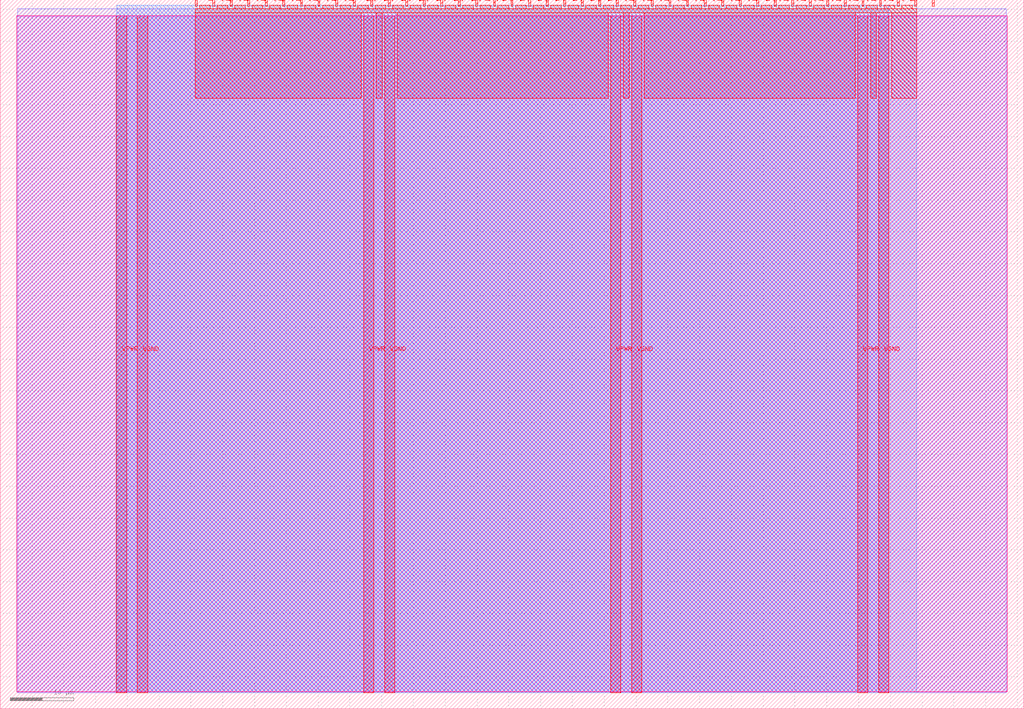
<source format=lef>
VERSION 5.7 ;
  NOWIREEXTENSIONATPIN ON ;
  DIVIDERCHAR "/" ;
  BUSBITCHARS "[]" ;
MACRO tt_um_wokwi_413387152803294209
  CLASS BLOCK ;
  FOREIGN tt_um_wokwi_413387152803294209 ;
  ORIGIN 0.000 0.000 ;
  SIZE 161.000 BY 111.520 ;
  PIN VGND
    DIRECTION INOUT ;
    USE GROUND ;
    PORT
      LAYER met4 ;
        RECT 21.580 2.480 23.180 109.040 ;
    END
    PORT
      LAYER met4 ;
        RECT 60.450 2.480 62.050 109.040 ;
    END
    PORT
      LAYER met4 ;
        RECT 99.320 2.480 100.920 109.040 ;
    END
    PORT
      LAYER met4 ;
        RECT 138.190 2.480 139.790 109.040 ;
    END
  END VGND
  PIN VPWR
    DIRECTION INOUT ;
    USE POWER ;
    PORT
      LAYER met4 ;
        RECT 18.280 2.480 19.880 109.040 ;
    END
    PORT
      LAYER met4 ;
        RECT 57.150 2.480 58.750 109.040 ;
    END
    PORT
      LAYER met4 ;
        RECT 96.020 2.480 97.620 109.040 ;
    END
    PORT
      LAYER met4 ;
        RECT 134.890 2.480 136.490 109.040 ;
    END
  END VPWR
  PIN clk
    DIRECTION INPUT ;
    USE SIGNAL ;
    ANTENNAGATEAREA 0.159000 ;
    PORT
      LAYER met4 ;
        RECT 143.830 110.520 144.130 111.520 ;
    END
  END clk
  PIN ena
    DIRECTION INPUT ;
    USE SIGNAL ;
    PORT
      LAYER met4 ;
        RECT 146.590 110.520 146.890 111.520 ;
    END
  END ena
  PIN rst_n
    DIRECTION INPUT ;
    USE SIGNAL ;
    PORT
      LAYER met4 ;
        RECT 141.070 110.520 141.370 111.520 ;
    END
  END rst_n
  PIN ui_in[0]
    DIRECTION INPUT ;
    USE SIGNAL ;
    PORT
      LAYER met4 ;
        RECT 138.310 110.520 138.610 111.520 ;
    END
  END ui_in[0]
  PIN ui_in[1]
    DIRECTION INPUT ;
    USE SIGNAL ;
    PORT
      LAYER met4 ;
        RECT 135.550 110.520 135.850 111.520 ;
    END
  END ui_in[1]
  PIN ui_in[2]
    DIRECTION INPUT ;
    USE SIGNAL ;
    PORT
      LAYER met4 ;
        RECT 132.790 110.520 133.090 111.520 ;
    END
  END ui_in[2]
  PIN ui_in[3]
    DIRECTION INPUT ;
    USE SIGNAL ;
    PORT
      LAYER met4 ;
        RECT 130.030 110.520 130.330 111.520 ;
    END
  END ui_in[3]
  PIN ui_in[4]
    DIRECTION INPUT ;
    USE SIGNAL ;
    ANTENNAGATEAREA 0.159000 ;
    PORT
      LAYER met4 ;
        RECT 127.270 110.520 127.570 111.520 ;
    END
  END ui_in[4]
  PIN ui_in[5]
    DIRECTION INPUT ;
    USE SIGNAL ;
    ANTENNAGATEAREA 0.159000 ;
    PORT
      LAYER met4 ;
        RECT 124.510 110.520 124.810 111.520 ;
    END
  END ui_in[5]
  PIN ui_in[6]
    DIRECTION INPUT ;
    USE SIGNAL ;
    ANTENNAGATEAREA 0.159000 ;
    PORT
      LAYER met4 ;
        RECT 121.750 110.520 122.050 111.520 ;
    END
  END ui_in[6]
  PIN ui_in[7]
    DIRECTION INPUT ;
    USE SIGNAL ;
    ANTENNAGATEAREA 0.159000 ;
    PORT
      LAYER met4 ;
        RECT 118.990 110.520 119.290 111.520 ;
    END
  END ui_in[7]
  PIN uio_in[0]
    DIRECTION INPUT ;
    USE SIGNAL ;
    PORT
      LAYER met4 ;
        RECT 116.230 110.520 116.530 111.520 ;
    END
  END uio_in[0]
  PIN uio_in[1]
    DIRECTION INPUT ;
    USE SIGNAL ;
    PORT
      LAYER met4 ;
        RECT 113.470 110.520 113.770 111.520 ;
    END
  END uio_in[1]
  PIN uio_in[2]
    DIRECTION INPUT ;
    USE SIGNAL ;
    PORT
      LAYER met4 ;
        RECT 110.710 110.520 111.010 111.520 ;
    END
  END uio_in[2]
  PIN uio_in[3]
    DIRECTION INPUT ;
    USE SIGNAL ;
    PORT
      LAYER met4 ;
        RECT 107.950 110.520 108.250 111.520 ;
    END
  END uio_in[3]
  PIN uio_in[4]
    DIRECTION INPUT ;
    USE SIGNAL ;
    PORT
      LAYER met4 ;
        RECT 105.190 110.520 105.490 111.520 ;
    END
  END uio_in[4]
  PIN uio_in[5]
    DIRECTION INPUT ;
    USE SIGNAL ;
    PORT
      LAYER met4 ;
        RECT 102.430 110.520 102.730 111.520 ;
    END
  END uio_in[5]
  PIN uio_in[6]
    DIRECTION INPUT ;
    USE SIGNAL ;
    PORT
      LAYER met4 ;
        RECT 99.670 110.520 99.970 111.520 ;
    END
  END uio_in[6]
  PIN uio_in[7]
    DIRECTION INPUT ;
    USE SIGNAL ;
    PORT
      LAYER met4 ;
        RECT 96.910 110.520 97.210 111.520 ;
    END
  END uio_in[7]
  PIN uio_oe[0]
    DIRECTION OUTPUT ;
    USE SIGNAL ;
    PORT
      LAYER met4 ;
        RECT 49.990 110.520 50.290 111.520 ;
    END
  END uio_oe[0]
  PIN uio_oe[1]
    DIRECTION OUTPUT ;
    USE SIGNAL ;
    PORT
      LAYER met4 ;
        RECT 47.230 110.520 47.530 111.520 ;
    END
  END uio_oe[1]
  PIN uio_oe[2]
    DIRECTION OUTPUT ;
    USE SIGNAL ;
    PORT
      LAYER met4 ;
        RECT 44.470 110.520 44.770 111.520 ;
    END
  END uio_oe[2]
  PIN uio_oe[3]
    DIRECTION OUTPUT ;
    USE SIGNAL ;
    PORT
      LAYER met4 ;
        RECT 41.710 110.520 42.010 111.520 ;
    END
  END uio_oe[3]
  PIN uio_oe[4]
    DIRECTION OUTPUT ;
    USE SIGNAL ;
    PORT
      LAYER met4 ;
        RECT 38.950 110.520 39.250 111.520 ;
    END
  END uio_oe[4]
  PIN uio_oe[5]
    DIRECTION OUTPUT ;
    USE SIGNAL ;
    PORT
      LAYER met4 ;
        RECT 36.190 110.520 36.490 111.520 ;
    END
  END uio_oe[5]
  PIN uio_oe[6]
    DIRECTION OUTPUT ;
    USE SIGNAL ;
    PORT
      LAYER met4 ;
        RECT 33.430 110.520 33.730 111.520 ;
    END
  END uio_oe[6]
  PIN uio_oe[7]
    DIRECTION OUTPUT ;
    USE SIGNAL ;
    PORT
      LAYER met4 ;
        RECT 30.670 110.520 30.970 111.520 ;
    END
  END uio_oe[7]
  PIN uio_out[0]
    DIRECTION OUTPUT ;
    USE SIGNAL ;
    PORT
      LAYER met4 ;
        RECT 72.070 110.520 72.370 111.520 ;
    END
  END uio_out[0]
  PIN uio_out[1]
    DIRECTION OUTPUT ;
    USE SIGNAL ;
    PORT
      LAYER met4 ;
        RECT 69.310 110.520 69.610 111.520 ;
    END
  END uio_out[1]
  PIN uio_out[2]
    DIRECTION OUTPUT ;
    USE SIGNAL ;
    PORT
      LAYER met4 ;
        RECT 66.550 110.520 66.850 111.520 ;
    END
  END uio_out[2]
  PIN uio_out[3]
    DIRECTION OUTPUT ;
    USE SIGNAL ;
    PORT
      LAYER met4 ;
        RECT 63.790 110.520 64.090 111.520 ;
    END
  END uio_out[3]
  PIN uio_out[4]
    DIRECTION OUTPUT ;
    USE SIGNAL ;
    PORT
      LAYER met4 ;
        RECT 61.030 110.520 61.330 111.520 ;
    END
  END uio_out[4]
  PIN uio_out[5]
    DIRECTION OUTPUT ;
    USE SIGNAL ;
    PORT
      LAYER met4 ;
        RECT 58.270 110.520 58.570 111.520 ;
    END
  END uio_out[5]
  PIN uio_out[6]
    DIRECTION OUTPUT ;
    USE SIGNAL ;
    PORT
      LAYER met4 ;
        RECT 55.510 110.520 55.810 111.520 ;
    END
  END uio_out[6]
  PIN uio_out[7]
    DIRECTION OUTPUT ;
    USE SIGNAL ;
    PORT
      LAYER met4 ;
        RECT 52.750 110.520 53.050 111.520 ;
    END
  END uio_out[7]
  PIN uo_out[0]
    DIRECTION OUTPUT ;
    USE SIGNAL ;
    ANTENNADIFFAREA 0.445500 ;
    PORT
      LAYER met4 ;
        RECT 94.150 110.520 94.450 111.520 ;
    END
  END uo_out[0]
  PIN uo_out[1]
    DIRECTION OUTPUT ;
    USE SIGNAL ;
    ANTENNADIFFAREA 0.445500 ;
    PORT
      LAYER met4 ;
        RECT 91.390 110.520 91.690 111.520 ;
    END
  END uo_out[1]
  PIN uo_out[2]
    DIRECTION OUTPUT ;
    USE SIGNAL ;
    PORT
      LAYER met4 ;
        RECT 88.630 110.520 88.930 111.520 ;
    END
  END uo_out[2]
  PIN uo_out[3]
    DIRECTION OUTPUT ;
    USE SIGNAL ;
    PORT
      LAYER met4 ;
        RECT 85.870 110.520 86.170 111.520 ;
    END
  END uo_out[3]
  PIN uo_out[4]
    DIRECTION OUTPUT ;
    USE SIGNAL ;
    ANTENNADIFFAREA 0.445500 ;
    PORT
      LAYER met4 ;
        RECT 83.110 110.520 83.410 111.520 ;
    END
  END uo_out[4]
  PIN uo_out[5]
    DIRECTION OUTPUT ;
    USE SIGNAL ;
    ANTENNADIFFAREA 0.445500 ;
    PORT
      LAYER met4 ;
        RECT 80.350 110.520 80.650 111.520 ;
    END
  END uo_out[5]
  PIN uo_out[6]
    DIRECTION OUTPUT ;
    USE SIGNAL ;
    ANTENNADIFFAREA 0.445500 ;
    PORT
      LAYER met4 ;
        RECT 77.590 110.520 77.890 111.520 ;
    END
  END uo_out[6]
  PIN uo_out[7]
    DIRECTION OUTPUT ;
    USE SIGNAL ;
    ANTENNADIFFAREA 0.445500 ;
    PORT
      LAYER met4 ;
        RECT 74.830 110.520 75.130 111.520 ;
    END
  END uo_out[7]
  OBS
      LAYER nwell ;
        RECT 2.570 2.635 158.430 108.990 ;
      LAYER li1 ;
        RECT 2.760 2.635 158.240 108.885 ;
      LAYER met1 ;
        RECT 2.760 2.480 158.240 110.120 ;
      LAYER met2 ;
        RECT 18.310 2.535 139.760 110.685 ;
      LAYER met3 ;
        RECT 18.290 2.555 144.170 110.665 ;
      LAYER met4 ;
        RECT 31.370 110.120 33.030 110.665 ;
        RECT 34.130 110.120 35.790 110.665 ;
        RECT 36.890 110.120 38.550 110.665 ;
        RECT 39.650 110.120 41.310 110.665 ;
        RECT 42.410 110.120 44.070 110.665 ;
        RECT 45.170 110.120 46.830 110.665 ;
        RECT 47.930 110.120 49.590 110.665 ;
        RECT 50.690 110.120 52.350 110.665 ;
        RECT 53.450 110.120 55.110 110.665 ;
        RECT 56.210 110.120 57.870 110.665 ;
        RECT 58.970 110.120 60.630 110.665 ;
        RECT 61.730 110.120 63.390 110.665 ;
        RECT 64.490 110.120 66.150 110.665 ;
        RECT 67.250 110.120 68.910 110.665 ;
        RECT 70.010 110.120 71.670 110.665 ;
        RECT 72.770 110.120 74.430 110.665 ;
        RECT 75.530 110.120 77.190 110.665 ;
        RECT 78.290 110.120 79.950 110.665 ;
        RECT 81.050 110.120 82.710 110.665 ;
        RECT 83.810 110.120 85.470 110.665 ;
        RECT 86.570 110.120 88.230 110.665 ;
        RECT 89.330 110.120 90.990 110.665 ;
        RECT 92.090 110.120 93.750 110.665 ;
        RECT 94.850 110.120 96.510 110.665 ;
        RECT 97.610 110.120 99.270 110.665 ;
        RECT 100.370 110.120 102.030 110.665 ;
        RECT 103.130 110.120 104.790 110.665 ;
        RECT 105.890 110.120 107.550 110.665 ;
        RECT 108.650 110.120 110.310 110.665 ;
        RECT 111.410 110.120 113.070 110.665 ;
        RECT 114.170 110.120 115.830 110.665 ;
        RECT 116.930 110.120 118.590 110.665 ;
        RECT 119.690 110.120 121.350 110.665 ;
        RECT 122.450 110.120 124.110 110.665 ;
        RECT 125.210 110.120 126.870 110.665 ;
        RECT 127.970 110.120 129.630 110.665 ;
        RECT 130.730 110.120 132.390 110.665 ;
        RECT 133.490 110.120 135.150 110.665 ;
        RECT 136.250 110.120 137.910 110.665 ;
        RECT 139.010 110.120 140.670 110.665 ;
        RECT 141.770 110.120 143.430 110.665 ;
        RECT 30.655 109.440 144.145 110.120 ;
        RECT 30.655 96.055 56.750 109.440 ;
        RECT 59.150 96.055 60.050 109.440 ;
        RECT 62.450 96.055 95.620 109.440 ;
        RECT 98.020 96.055 98.920 109.440 ;
        RECT 101.320 96.055 134.490 109.440 ;
        RECT 136.890 96.055 137.790 109.440 ;
        RECT 140.190 96.055 144.145 109.440 ;
  END
END tt_um_wokwi_413387152803294209
END LIBRARY


</source>
